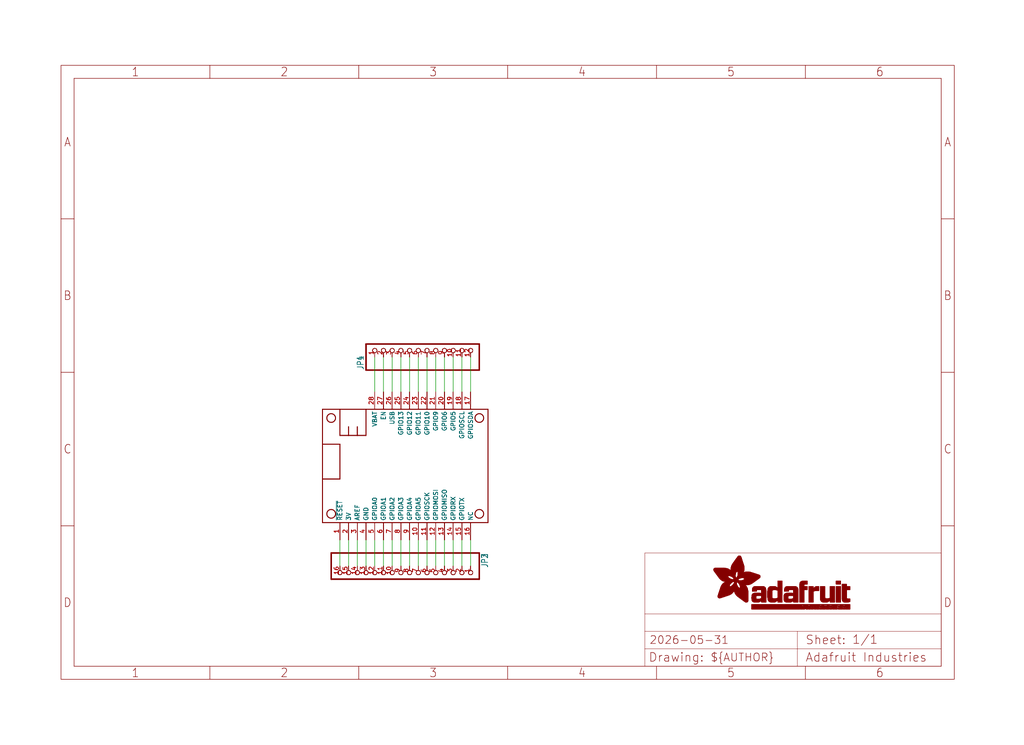
<source format=kicad_sch>
(kicad_sch (version 20230121) (generator eeschema)
  (paper "User" 298.45 217.322)
  (lib_symbols
    (symbol "working-eagle-import:FEATHERWING_NODIM"
      (symbol "FEATHERWING_NODIM_1_0"
        (pin input line (at 5.08 -5.08 90) (length 5.08) (name "~{RESET}") (number "1"))
        (pin bidirectional line (at 27.94 -5.08 90) (length 5.08) (name "GPIOA5") (number "10"))
        (pin bidirectional line (at 30.48 -5.08 90) (length 5.08) (name "GPIOSCK") (number "11"))
        (pin bidirectional line (at 33.02 -5.08 90) (length 5.08) (name "GPIOMOSI") (number "12"))
        (pin bidirectional line (at 35.56 -5.08 90) (length 5.08) (name "GPIOMISO") (number "13"))
        (pin bidirectional line (at 38.1 -5.08 90) (length 5.08) (name "GPIORX") (number "14"))
        (pin bidirectional line (at 40.64 -5.08 90) (length 5.08) (name "GPIOTX") (number "15"))
        (pin passive line (at 43.18 -5.08 90) (length 5.08) (name "NC") (number "16"))
        (pin bidirectional line (at 43.18 38.1 270) (length 5.08) (name "GPIOSDA") (number "17"))
        (pin bidirectional line (at 40.64 38.1 270) (length 5.08) (name "GPIOSCL") (number "18"))
        (pin bidirectional line (at 38.1 38.1 270) (length 5.08) (name "GPIO5") (number "19"))
        (pin power_in line (at 7.62 -5.08 90) (length 5.08) (name "3V") (number "2"))
        (pin bidirectional line (at 35.56 38.1 270) (length 5.08) (name "GPIO6") (number "20"))
        (pin bidirectional line (at 33.02 38.1 270) (length 5.08) (name "GPIO9") (number "21"))
        (pin bidirectional line (at 30.48 38.1 270) (length 5.08) (name "GPIO10") (number "22"))
        (pin bidirectional line (at 27.94 38.1 270) (length 5.08) (name "GPIO11") (number "23"))
        (pin bidirectional line (at 25.4 38.1 270) (length 5.08) (name "GPIO12") (number "24"))
        (pin bidirectional line (at 22.86 38.1 270) (length 5.08) (name "GPIO13") (number "25"))
        (pin power_in line (at 20.32 38.1 270) (length 5.08) (name "USB") (number "26"))
        (pin passive line (at 17.78 38.1 270) (length 5.08) (name "EN") (number "27"))
        (pin power_in line (at 15.24 38.1 270) (length 5.08) (name "VBAT") (number "28"))
        (pin passive line (at 10.16 -5.08 90) (length 5.08) (name "AREF") (number "3"))
        (pin power_in line (at 12.7 -5.08 90) (length 5.08) (name "GND") (number "4"))
        (pin bidirectional line (at 15.24 -5.08 90) (length 5.08) (name "GPIOA0") (number "5"))
        (pin bidirectional line (at 17.78 -5.08 90) (length 5.08) (name "GPIOA1") (number "6"))
        (pin bidirectional line (at 20.32 -5.08 90) (length 5.08) (name "GPIOA2") (number "7"))
        (pin bidirectional line (at 22.86 -5.08 90) (length 5.08) (name "GPIOA3") (number "8"))
        (pin bidirectional line (at 25.4 -5.08 90) (length 5.08) (name "GPIOA4") (number "9"))
      )
    )
    (symbol "working-eagle-import:FRAME_A4_ADAFRUIT"
      (symbol "FRAME_A4_ADAFRUIT_1_0"
        (text "${#}/${##}" (at 230.505 10.16 0) (effects (font (size 2.54 2.54)) (justify left bottom)))
        (text "${AUTHOR}" (at 189.23 5.08 0) (effects (font (size 2.286 2.286)) (justify left bottom)))
        (text "${CURRENT_DATE}" (at 171.45 10.16 0) (effects (font (size 2.286 2.286)) (justify left bottom)))
        (text "${PROJECTNAME}" (at 171.45 15.24 0) (effects (font (size 2.54 2.54)) (justify left bottom)))
        (text "1" (at 21.6958 1.905 0) (effects (font (size 2.54 2.286))))
        (text "1" (at 21.6958 177.165 0) (effects (font (size 2.54 2.286))))
        (text "2" (at 65.0875 1.905 0) (effects (font (size 2.54 2.286))))
        (text "2" (at 65.0875 177.165 0) (effects (font (size 2.54 2.286))))
        (text "3" (at 108.4792 1.905 0) (effects (font (size 2.54 2.286))))
        (text "3" (at 108.4792 177.165 0) (effects (font (size 2.54 2.286))))
        (text "4" (at 151.8708 1.905 0) (effects (font (size 2.54 2.286))))
        (text "4" (at 151.8708 177.165 0) (effects (font (size 2.54 2.286))))
        (text "5" (at 195.2625 1.905 0) (effects (font (size 2.54 2.286))))
        (text "5" (at 195.2625 177.165 0) (effects (font (size 2.54 2.286))))
        (text "6" (at 238.6542 1.905 0) (effects (font (size 2.54 2.286))))
        (text "6" (at 238.6542 177.165 0) (effects (font (size 2.54 2.286))))
        (text "A" (at 1.905 156.6863 0) (effects (font (size 2.54 2.286))))
        (text "A" (at 258.445 156.6863 0) (effects (font (size 2.54 2.286))))
        (text "Adafruit Industries" (at 216.916 4.953 0) (effects (font (size 2.54 2.54)) (justify left bottom)))
        (text "B" (at 1.905 111.9188 0) (effects (font (size 2.54 2.286))))
        (text "B" (at 258.445 111.9188 0) (effects (font (size 2.54 2.286))))
        (text "C" (at 1.905 67.1513 0) (effects (font (size 2.54 2.286))))
        (text "C" (at 258.445 67.1513 0) (effects (font (size 2.54 2.286))))
        (text "D" (at 1.905 22.3838 0) (effects (font (size 2.54 2.286))))
        (text "D" (at 258.445 22.3838 0) (effects (font (size 2.54 2.286))))
        (text "Drawing:" (at 171.196 4.953 0) (effects (font (size 2.54 2.54)) (justify left bottom)))
        (text "Sheet:" (at 216.916 10.033 0) (effects (font (size 2.54 2.54)) (justify left bottom)))
      )
    )
    (symbol "working-eagle-import:HEADER-1X1276MIL"
      (property "Reference" "JP" (at -6.35 18.415 0))
      (symbol "HEADER-1X1276MIL_1_0"
        (pin passive inverted (at -2.54 15.24 0) (length 2.54) (name "1") (number "1"))
        (pin passive inverted (at -2.54 -7.62 0) (length 2.54) (name "10") (number "10"))
        (pin passive inverted (at -2.54 -10.16 0) (length 2.54) (name "11") (number "11"))
        (pin passive inverted (at -2.54 -12.7 0) (length 2.54) (name "12") (number "12"))
        (pin passive inverted (at -2.54 12.7 0) (length 2.54) (name "2") (number "2"))
        (pin passive inverted (at -2.54 10.16 0) (length 2.54) (name "3") (number "3"))
        (pin passive inverted (at -2.54 7.62 0) (length 2.54) (name "4") (number "4"))
        (pin passive inverted (at -2.54 5.08 0) (length 2.54) (name "5") (number "5"))
        (pin passive inverted (at -2.54 2.54 0) (length 2.54) (name "6") (number "6"))
        (pin passive inverted (at -2.54 0 0) (length 2.54) (name "7") (number "7"))
        (pin passive inverted (at -2.54 -2.54 0) (length 2.54) (name "8") (number "8"))
        (pin passive inverted (at -2.54 -5.08 0) (length 2.54) (name "9") (number "9"))
      )
    )
    (symbol "working-eagle-import:HEADER-1X16_76MIL"
      (property "Reference" "JP" (at -6.35 20.955 0))
      (symbol "HEADER-1X16_76MIL_1_0"
        (pin passive inverted (at -2.54 17.78 0) (length 2.54) (name "1") (number "1"))
        (pin passive inverted (at -2.54 -5.08 0) (length 2.54) (name "10") (number "10"))
        (pin passive inverted (at -2.54 -7.62 0) (length 2.54) (name "11") (number "11"))
        (pin passive inverted (at -2.54 -10.16 0) (length 2.54) (name "12") (number "12"))
        (pin passive inverted (at -2.54 -12.7 0) (length 2.54) (name "13") (number "13"))
        (pin passive inverted (at -2.54 -15.24 0) (length 2.54) (name "14") (number "14"))
        (pin passive inverted (at -2.54 -17.78 0) (length 2.54) (name "15") (number "15"))
        (pin passive inverted (at -2.54 -20.32 0) (length 2.54) (name "16") (number "16"))
        (pin passive inverted (at -2.54 15.24 0) (length 2.54) (name "2") (number "2"))
        (pin passive inverted (at -2.54 12.7 0) (length 2.54) (name "3") (number "3"))
        (pin passive inverted (at -2.54 10.16 0) (length 2.54) (name "4") (number "4"))
        (pin passive inverted (at -2.54 7.62 0) (length 2.54) (name "5") (number "5"))
        (pin passive inverted (at -2.54 5.08 0) (length 2.54) (name "6") (number "6"))
        (pin passive inverted (at -2.54 2.54 0) (length 2.54) (name "7") (number "7"))
        (pin passive inverted (at -2.54 0 0) (length 2.54) (name "8") (number "8"))
        (pin passive inverted (at -2.54 -2.54 0) (length 2.54) (name "9") (number "9"))
      )
    )
  )
  (wire (pts (xy 134.62 104.14) (xy 134.62 114.3)) (stroke (width 0.1524)))
  (wire (pts (xy 104.14 157.48) (xy 104.14 165.1)) (stroke (width 0.1524)))
  (wire (pts (xy 124.46 104.14) (xy 124.46 114.3)) (stroke (width 0.1524)))
  (wire (pts (xy 119.38 104.14) (xy 119.38 114.3)) (stroke (width 0.1524)))
  (wire (pts (xy 119.38 157.48) (xy 119.38 165.1)) (stroke (width 0.1524)))
  (wire (pts (xy 134.62 157.48) (xy 134.62 165.1)) (stroke (width 0.1524)))
  (wire (pts (xy 116.84 157.48) (xy 116.84 165.1)) (stroke (width 0.1524)))
  (wire (pts (xy 129.54 104.14) (xy 129.54 114.3)) (stroke (width 0.1524)))
  (wire (pts (xy 127 157.48) (xy 127 165.1)) (stroke (width 0.1524)))
  (wire (pts (xy 106.68 157.48) (xy 106.68 165.1)) (stroke (width 0.1524)))
  (wire (pts (xy 99.06 157.48) (xy 99.06 165.1)) (stroke (width 0.1524)))
  (wire (pts (xy 109.22 104.14) (xy 109.22 114.3)) (stroke (width 0.1524)))
  (wire (pts (xy 132.08 104.14) (xy 132.08 114.3)) (stroke (width 0.1524)))
  (wire (pts (xy 137.16 157.48) (xy 137.16 165.1)) (stroke (width 0.1524)))
  (wire (pts (xy 111.76 157.48) (xy 111.76 165.1)) (stroke (width 0.1524)))
  (wire (pts (xy 121.92 104.14) (xy 121.92 114.3)) (stroke (width 0.1524)))
  (wire (pts (xy 132.08 157.48) (xy 132.08 165.1)) (stroke (width 0.1524)))
  (wire (pts (xy 121.92 157.48) (xy 121.92 165.1)) (stroke (width 0.1524)))
  (wire (pts (xy 111.76 104.14) (xy 111.76 114.3)) (stroke (width 0.1524)))
  (wire (pts (xy 109.22 157.48) (xy 109.22 165.1)) (stroke (width 0.1524)))
  (wire (pts (xy 127 104.14) (xy 127 114.3)) (stroke (width 0.1524)))
  (wire (pts (xy 101.6 157.48) (xy 101.6 165.1)) (stroke (width 0.1524)))
  (wire (pts (xy 137.16 104.14) (xy 137.16 114.3)) (stroke (width 0.1524)))
  (wire (pts (xy 114.3 157.48) (xy 114.3 165.1)) (stroke (width 0.1524)))
  (wire (pts (xy 114.3 104.14) (xy 114.3 114.3)) (stroke (width 0.1524)))
  (wire (pts (xy 129.54 157.48) (xy 129.54 165.1)) (stroke (width 0.1524)))
  (wire (pts (xy 124.46 157.48) (xy 124.46 165.1)) (stroke (width 0.1524)))
  (wire (pts (xy 116.84 104.14) (xy 116.84 114.3)) (stroke (width 0.1524)))
  (symbol (lib_id "working-eagle-import:FEATHERWING_NODIM") (at 93.98 152.4 0) (unit 1)
    (property "Reference" "MS2" (effects hide))
    (property "Value" "FEATHERWING_NODIM" (effects hide))
    (property "Footprint" "working:FEATHERWING_DIM" (effects hide))
  )
  (symbol (lib_id "working-eagle-import:HEADER-1X16_76MIL") (at 119.38 167.64 270) (unit 1)
    (property "Reference" "JP2" (at 140.335 161.29 0) (effects (font (size 1.778 1.5113)) (justify left bottom)))
    (property "Value" "HEADER-1X16_76MIL" (effects hide))
    (property "Footprint" "working:1X16_ROUND_76MIL" (effects hide))
  )
  (symbol (lib_id "working-eagle-import:HEADER-1X1276MIL") (at 124.46 101.6 90) (unit 1)
    (property "Reference" "JP1" (at 106.045 107.95 0) (effects (font (size 1.778 1.5113)) (justify left bottom)))
    (property "Value" "HEADER-1X1276MIL" (effects hide))
    (property "Footprint" "working:1X12_ROUND_76MIL" (effects hide))
  )
  (symbol (lib_id "working-eagle-import:HEADER-1X16_76MIL") (at 119.38 167.64 270) (unit 1)
    (property "Reference" "JP3" (at 140.335 161.29 0) (effects (font (size 1.778 1.5113)) (justify left bottom)))
    (property "Value" "HEADER-1X16_76MIL" (effects hide))
    (property "Footprint" "working:1X16_ROUND_76MIL" (effects hide))
  )
  (symbol (lib_id "working-eagle-import:FRAME_A4_ADAFRUIT") (at 17.78 198.12 0) (unit 1)
    (property "Reference" "#U$1" (effects hide))
    (property "Value" "FRAME_A4_ADAFRUIT" (effects hide))
  )
  (symbol (lib_id "working-eagle-import:FEATHERWING_NODIM") (at 93.98 152.4 0) (unit 1)
    (property "Reference" "MS1" (effects hide))
    (property "Value" "FEATHERWING_NODIM" (effects hide))
    (property "Footprint" "working:FEATHERWING_DIM" (effects hide))
  )
  (symbol (lib_id "working-eagle-import:HEADER-1X1276MIL") (at 124.46 101.6 90) (unit 1)
    (property "Reference" "JP4" (at 106.045 107.95 0) (effects (font (size 1.778 1.5113)) (justify left bottom)))
    (property "Value" "HEADER-1X1276MIL" (effects hide))
    (property "Footprint" "working:1X12_ROUND_76MIL" (effects hide))
  )
)
</source>
